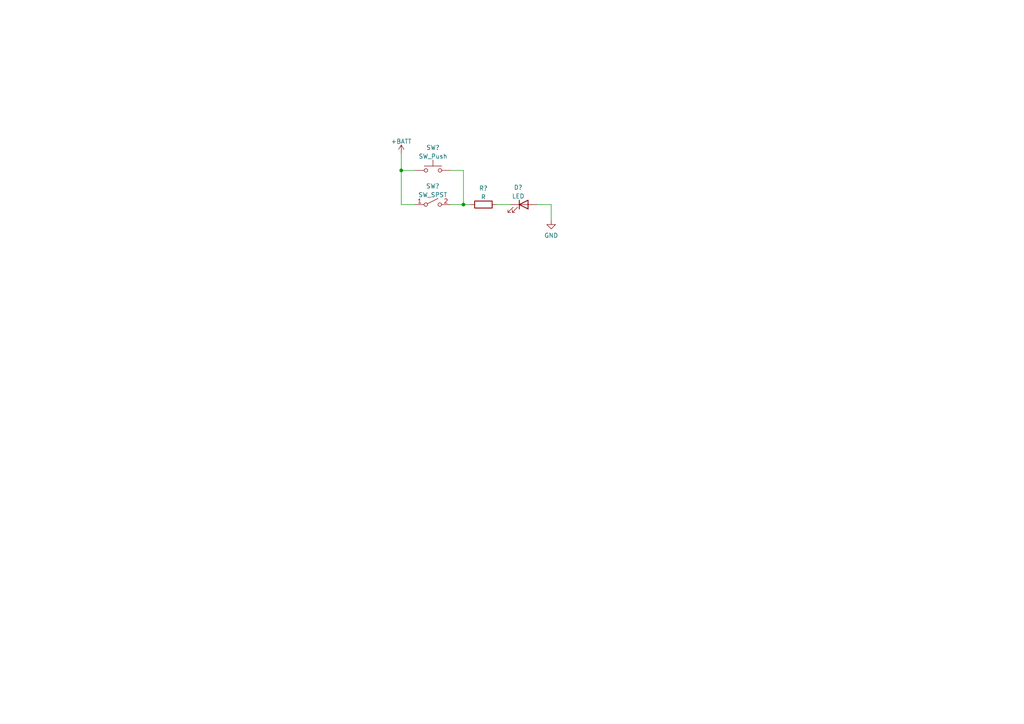
<source format=kicad_sch>
(kicad_sch (version 20211123) (generator eeschema)
  (paper "A4")
  (lib_symbols
    (symbol "Device:LED" (pin_numbers hide) (pin_names (offset 1.016) hide)
      (property "Reference" "D" (at 0 2.54 0))
      (property "Value" "LED" (at 0 -2.54 0))
      (symbol "LED_0_1"
        (polyline (pts (xy -1.27 -1.27) (xy -1.27 1.27)) (stroke (width 0.254)))
        (polyline (pts (xy -1.27 0) (xy 1.27 0)))
        (polyline (pts (xy 1.27 -1.27) (xy 1.27 1.27) (xy -1.27 0) (xy 1.27 -1.27)) (stroke (width 0.254)))
        (polyline (pts (xy -3.048 -0.762) (xy -4.572 -2.286) (xy -3.81 -2.286) (xy -4.572 -2.286) (xy -4.572 -1.524)))
        (polyline (pts (xy -1.778 -0.762) (xy -3.302 -2.286) (xy -2.54 -2.286) (xy -3.302 -2.286) (xy -3.302 -1.524)))
      )
      (symbol "LED_1_1"
        (pin passive line (at -3.81 0 0) (length 2.54) (name "K") (number "1"))
        (pin passive line (at 3.81 0 180) (length 2.54) (name "A") (number "2"))
      )
    )
    (symbol "Device:R" (pin_numbers hide) (pin_names (offset 0))
      (property "Reference" "R" (at 2.032 0 90))
      (property "Value" "R" (at 0 0 90))
      (symbol "R_0_1"
        (rectangle (start -1.016 -2.54) (end 1.016 2.54) (stroke (width 0.254)))
      )
      (symbol "R_1_1"
        (pin passive line (at 0 3.81 270) (length 1.27) (name "~") (number "1"))
        (pin passive line (at 0 -3.81 90) (length 1.27) (name "~") (number "2"))
      )
    )
    (symbol "Switch:SW_Push" (pin_numbers hide) (pin_names (offset 1.016) hide)
      (property "Reference" "SW" (at 1.27 2.54 0))
      (property "Value" "SW_Push" (at 0 -1.524 0))
      (symbol "SW_Push_0_1"
        (circle (center -2.032 0) (radius 0.508))
        (polyline (pts (xy 0 1.27) (xy 0 3.048)))
        (polyline (pts (xy 2.54 1.27) (xy -2.54 1.27)))
        (circle (center 2.032 0) (radius 0.508))
        (pin passive line (at -5.08 0 0) (length 2.54) (name "1") (number "1"))
        (pin passive line (at 5.08 0 180) (length 2.54) (name "2") (number "2"))
      )
    )
    (symbol "Switch:SW_SPST" (pin_names (offset 0) hide)
      (property "Reference" "SW" (at 0 3.175 0))
      (property "Value" "SW_SPST" (at 0 -2.54 0))
      (symbol "SW_SPST_0_0"
        (circle (center -2.032 0) (radius 0.508))
        (polyline (pts (xy -1.524 0.254) (xy 1.524 1.778)))
        (circle (center 2.032 0) (radius 0.508))
      )
      (symbol "SW_SPST_1_1"
        (pin passive line (at -5.08 0 0) (length 2.54) (name "A") (number "1"))
        (pin passive line (at 5.08 0 180) (length 2.54) (name "B") (number "2"))
      )
    )
    (symbol "power:+BATT" (power) (pin_names (offset 0))
      (property "Value" "+BATT" (at 0 3.556 0))
      (symbol "+BATT_0_1"
        (polyline (pts (xy -0.762 1.27) (xy 0 2.54)))
        (polyline (pts (xy 0 0) (xy 0 2.54)))
        (polyline (pts (xy 0 2.54) (xy 0.762 1.27)))
      )
      (symbol "+BATT_1_1"
        (pin power_in line (at 0 0 90) (length 0) hide (name "+BATT") (number "1"))
      )
    )
    (symbol "power:GND" (power) (pin_names (offset 0))
      (property "Value" "GND" (at 0 -3.81 0))
      (symbol "GND_0_1"
        (polyline (pts (xy 0 0) (xy 0 -1.27) (xy 1.27 -1.27) (xy 0 -2.54) (xy -1.27 -1.27) (xy 0 -1.27)))
      )
      (symbol "GND_1_1"
        (pin power_in line (at 0 0 270) (length 0) hide (name "GND") (number "1"))
      )
    )
  )
  (junction (at 134.4168 59.3344))
  (junction (at 116.3828 49.4284))
  (wire (pts (xy 159.8676 59.3344) (xy 159.8676 63.8556)))
  (wire (pts (xy 116.3828 49.4284) (xy 116.3828 44.6024)))
  (wire (pts (xy 120.4976 49.4284) (xy 116.3828 49.4284)))
  (wire (pts (xy 116.3828 59.3344) (xy 120.4468 59.3344)))
  (wire (pts (xy 130.6068 59.3344) (xy 134.4168 59.3344)))
  (wire (pts (xy 144.018 59.3344) (xy 148.082 59.3344)))
  (wire (pts (xy 134.4168 49.4284) (xy 134.4168 59.3344)))
  (wire (pts (xy 155.702 59.3344) (xy 159.8676 59.3344)))
  (wire (pts (xy 130.6576 49.4284) (xy 134.4168 49.4284)))
  (wire (pts (xy 134.4168 59.3344) (xy 136.398 59.3344)))
  (wire (pts (xy 116.3828 59.3344) (xy 116.3828 49.4284)))
  (symbol (lib_id "Device:R") (at 140.208 59.3344 90) (unit 1)
    (property "Reference" "R?" (at 140.208 54.6186 90))
    (property "Value" "R" (at 140.208 57.1555 90))
  )
  (symbol (lib_id "Switch:SW_SPST") (at 125.5268 59.3344 0) (unit 1)
    (property "Reference" "SW?" (at 125.5268 53.9836 0))
    (property "Value" "SW_SPST" (at 125.5268 56.5205 0))
  )
  (symbol (lib_id "Device:LED") (at 151.892 59.3344 0) (unit 1)
    (property "Reference" "D?" (at 150.3045 54.3646 0))
    (property "Value" "LED" (at 150.3045 56.9015 0))
  )
  (symbol (lib_id "power:+BATT") (at 116.3828 44.6024 0) (unit 1)
    (property "Reference" "#PWR?" (effects hide))
    (property "Value" "+BATT" (at 116.3828 41.0266 0))
  )
  (symbol (lib_id "Switch:SW_Push") (at 125.5776 49.4284 0) (unit 1)
    (property "Reference" "SW?" (at 125.5776 42.8076 0))
    (property "Value" "SW_Push" (at 125.5776 45.3445 0))
  )
  (symbol (lib_id "power:GND") (at 159.8676 63.8556 0) (unit 1)
    (property "Reference" "#PWR?" (effects hide))
    (property "Value" "GND" (at 159.8676 68.299 0))
  )
)
</source>
